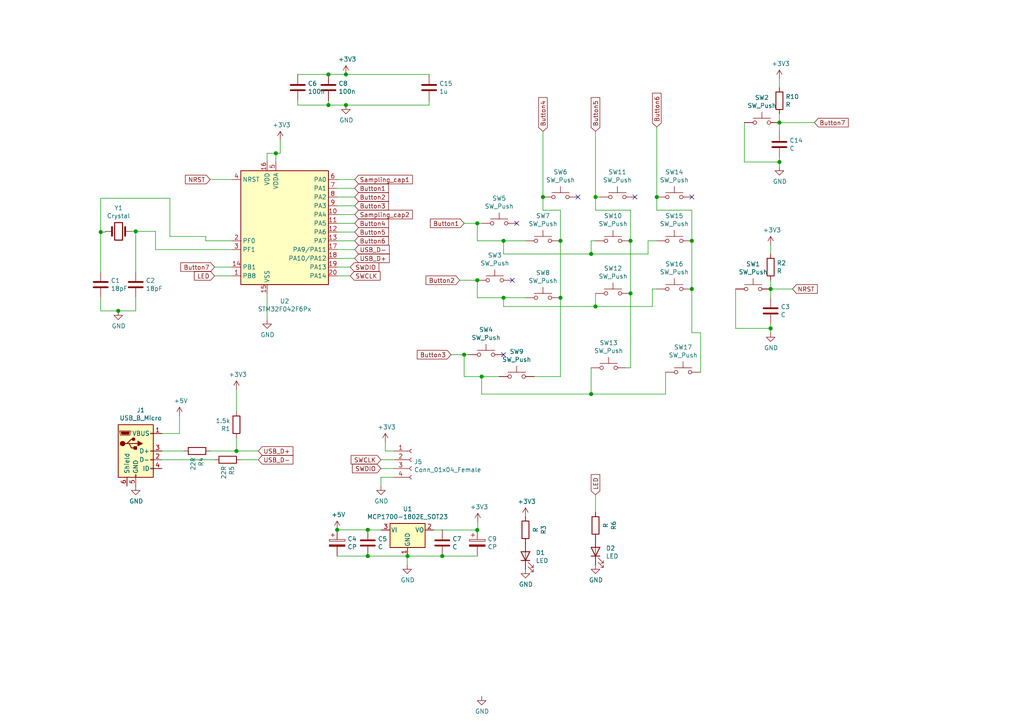
<source format=kicad_sch>
(kicad_sch (version 20200828) (generator eeschema)
  (page 1 1)
  (paper "A4")
  (lib_symbols
    (symbol "Connector:Conn_01x04_Female" (pin_names (offset 1.016) hide)
      (property "Reference" "J" (at 0 5.08 0))
      (property "Value" "Conn_01x04_Female" (at 0 -7.62 0))
      (symbol "Conn_01x04_Female_1_1"
        (arc (start 0 -4.572) (end 0 -5.588) (radius (at 0 -5.08) (length 0.508) (angles 90.1 -90.1)) (stroke (width 0.1524)))
        (arc (start 0 -2.032) (end 0 -3.048) (radius (at 0 -2.54) (length 0.508) (angles 90.1 -90.1)) (stroke (width 0.1524)))
        (arc (start 0 0.508) (end 0 -0.508) (radius (at 0 0) (length 0.508) (angles 90.1 -90.1)) (stroke (width 0.1524)))
        (arc (start 0 3.048) (end 0 2.032) (radius (at 0 2.54) (length 0.508) (angles 90.1 -90.1)) (stroke (width 0.1524)))
        (polyline (pts (xy -1.27 -5.08) (xy -0.508 -5.08)) (stroke (width 0.1524)))
        (polyline (pts (xy -1.27 -2.54) (xy -0.508 -2.54)) (stroke (width 0.1524)))
        (polyline (pts (xy -1.27 0) (xy -0.508 0)) (stroke (width 0.1524)))
        (polyline (pts (xy -1.27 2.54) (xy -0.508 2.54)) (stroke (width 0.1524)))
        (pin passive line (at -5.08 2.54 0) (length 3.81) (name "Pin_1") (number "1"))
        (pin passive line (at -5.08 0 0) (length 3.81) (name "Pin_2") (number "2"))
        (pin passive line (at -5.08 -2.54 0) (length 3.81) (name "Pin_3") (number "3"))
        (pin passive line (at -5.08 -5.08 0) (length 3.81) (name "Pin_4") (number "4"))
      )
    )
    (symbol "Connector:USB_B_Micro" (pin_names (offset 1.016))
      (property "Reference" "J" (at -5.08 11.43 0))
      (property "Value" "USB_B_Micro" (at -5.08 8.89 0))
      (symbol "USB_B_Micro_0_1"
        (circle (center -3.81 2.159) (radius 0.635) (stroke (width 0.254)) (fill (type outline)))
        (circle (center -0.635 3.429) (radius 0.381) (stroke (width 0.254)) (fill (type outline)))
        (rectangle (start -5.08 -7.62) (end 5.08 7.62) (stroke (width 0.254)) (fill (type background)))
        (rectangle (start -0.127 -7.62) (end 0.127 -6.858))
        (rectangle (start 0.254 1.27) (end -0.508 0.508) (stroke (width 0.254)) (fill (type outline)))
        (rectangle (start 5.08 -5.207) (end 4.318 -4.953))
        (rectangle (start 5.08 -2.667) (end 4.318 -2.413))
        (rectangle (start 5.08 -0.127) (end 4.318 0.127))
        (rectangle (start 5.08 4.953) (end 4.318 5.207))
        (polyline (pts (xy -1.905 2.159) (xy 0.635 2.159)) (stroke (width 0.254)))
        (polyline (pts (xy -3.175 2.159) (xy -2.54 2.159) (xy -1.27 3.429) (xy -0.635 3.429)) (stroke (width 0.254)))
        (polyline (pts (xy -2.54 2.159) (xy -1.905 2.159) (xy -1.27 0.889) (xy 0 0.889)) (stroke (width 0.254)))
        (polyline (pts (xy 0.635 2.794) (xy 0.635 1.524) (xy 1.905 2.159) (xy 0.635 2.794)) (stroke (width 0.254)) (fill (type outline)))
        (polyline (pts (xy -4.318 5.588) (xy -1.778 5.588) (xy -2.032 4.826) (xy -4.064 4.826) (xy -4.318 5.588)) (fill (type outline)))
        (polyline (pts (xy -4.699 5.842) (xy -4.699 5.588) (xy -4.445 4.826) (xy -4.445 4.572) (xy -1.651 4.572) (xy -1.651 4.826) (xy -1.397 5.588) (xy -1.397 5.842) (xy -4.699 5.842)))
      )
      (symbol "USB_B_Micro_1_1"
        (pin power_out line (at 7.62 5.08 180) (length 2.54) (name "VBUS") (number "1"))
        (pin passive line (at 7.62 -2.54 180) (length 2.54) (name "D-") (number "2"))
        (pin passive line (at 7.62 0 180) (length 2.54) (name "D+") (number "3"))
        (pin passive line (at 7.62 -5.08 180) (length 2.54) (name "ID") (number "4"))
        (pin power_out line (at 0 -10.16 90) (length 2.54) (name "GND") (number "5"))
        (pin passive line (at -2.54 -10.16 90) (length 2.54) (name "Shield") (number "6"))
      )
    )
    (symbol "Device:C" (pin_numbers hide) (pin_names (offset 0.254))
      (property "Reference" "C" (at 0.635 2.54 0))
      (property "Value" "C" (at 0.635 -2.54 0))
      (symbol "C_0_1"
        (polyline (pts (xy -2.032 -0.762) (xy 2.032 -0.762)) (stroke (width 0.508)))
        (polyline (pts (xy -2.032 0.762) (xy 2.032 0.762)) (stroke (width 0.508)))
      )
      (symbol "C_1_1"
        (pin passive line (at 0 3.81 270) (length 2.794) (name "~") (number "1"))
        (pin passive line (at 0 -3.81 90) (length 2.794) (name "~") (number "2"))
      )
    )
    (symbol "Device:CP" (pin_numbers hide) (pin_names (offset 0.254))
      (property "Reference" "C" (at 0.635 2.54 0))
      (property "Value" "CP" (at 0.635 -2.54 0))
      (symbol "CP_0_1"
        (rectangle (start -2.286 0.508) (end 2.286 1.016))
        (rectangle (start 2.286 -0.508) (end -2.286 -1.016) (fill (type outline)))
        (polyline (pts (xy -1.778 2.286) (xy -0.762 2.286)))
        (polyline (pts (xy -1.27 2.794) (xy -1.27 1.778)))
      )
      (symbol "CP_1_1"
        (pin passive line (at 0 3.81 270) (length 2.794) (name "~") (number "1"))
        (pin passive line (at 0 -3.81 90) (length 2.794) (name "~") (number "2"))
      )
    )
    (symbol "Device:Crystal" (pin_numbers hide) (pin_names (offset 1.016) hide)
      (property "Reference" "Y" (at 0 3.81 0))
      (property "Value" "Crystal" (at 0 -3.81 0))
      (symbol "Crystal_0_1"
        (rectangle (start -1.143 2.54) (end 1.143 -2.54) (stroke (width 0.3048)))
        (polyline (pts (xy -2.54 0) (xy -1.905 0)))
        (polyline (pts (xy -1.905 -1.27) (xy -1.905 1.27)) (stroke (width 0.508)))
        (polyline (pts (xy 1.905 -1.27) (xy 1.905 1.27)) (stroke (width 0.508)))
        (polyline (pts (xy 2.54 0) (xy 1.905 0)))
      )
      (symbol "Crystal_1_1"
        (pin passive line (at -3.81 0 0) (length 1.27) (name "1") (number "1"))
        (pin passive line (at 3.81 0 180) (length 1.27) (name "2") (number "2"))
      )
    )
    (symbol "Device:LED" (pin_numbers hide) (pin_names (offset 1.016) hide)
      (property "Reference" "D" (at 0 2.54 0))
      (property "Value" "LED" (at 0 -2.54 0))
      (symbol "LED_0_1"
        (polyline (pts (xy -1.27 -1.27) (xy -1.27 1.27)) (stroke (width 0.254)))
        (polyline (pts (xy -1.27 0) (xy 1.27 0)))
        (polyline (pts (xy 1.27 -1.27) (xy 1.27 1.27) (xy -1.27 0) (xy 1.27 -1.27)) (stroke (width 0.254)))
        (polyline (pts (xy -3.048 -0.762) (xy -4.572 -2.286) (xy -3.81 -2.286) (xy -4.572 -2.286) (xy -4.572 -1.524)))
        (polyline (pts (xy -1.778 -0.762) (xy -3.302 -2.286) (xy -2.54 -2.286) (xy -3.302 -2.286) (xy -3.302 -1.524)))
      )
      (symbol "LED_1_1"
        (pin passive line (at -3.81 0 0) (length 2.54) (name "K") (number "1"))
        (pin passive line (at 3.81 0 180) (length 2.54) (name "A") (number "2"))
      )
    )
    (symbol "Device:R" (pin_numbers hide) (pin_names (offset 0))
      (property "Reference" "R" (at 2.032 0 90))
      (property "Value" "R" (at 0 0 90))
      (symbol "R_0_1"
        (rectangle (start -1.016 -2.54) (end 1.016 2.54) (stroke (width 0.254)))
      )
      (symbol "R_1_1"
        (pin passive line (at 0 3.81 270) (length 1.27) (name "~") (number "1"))
        (pin passive line (at 0 -3.81 90) (length 1.27) (name "~") (number "2"))
      )
    )
    (symbol "MCU_ST_STM32F0:STM32F042F6Px"
      (property "Reference" "U" (at -12.7 16.51 0))
      (property "Value" "STM32F042F6Px" (at 0 16.51 0))
      (symbol "STM32F042F6Px_0_1"
        (rectangle (start -12.7 -17.78) (end 12.7 15.24) (stroke (width 0.254)) (fill (type background)))
      )
      (symbol "STM32F042F6Px_1_1"
        (pin bidirectional line (at -15.24 -15.24 0) (length 2.54) (name "PB8") (number "1"))
        (pin bidirectional line (at 15.24 2.54 180) (length 2.54) (name "PA4") (number "10"))
        (pin bidirectional line (at 15.24 0 180) (length 2.54) (name "PA5") (number "11"))
        (pin bidirectional line (at 15.24 -2.54 180) (length 2.54) (name "PA6") (number "12"))
        (pin bidirectional line (at 15.24 -5.08 180) (length 2.54) (name "PA7") (number "13"))
        (pin bidirectional line (at -15.24 -12.7 0) (length 2.54) (name "PB1") (number "14"))
        (pin power_in line (at -5.08 -20.32 90) (length 2.54) (name "VSS") (number "15"))
        (pin power_in line (at -5.08 17.78 270) (length 2.54) (name "VDD") (number "16"))
        (pin bidirectional line (at 15.24 -7.62 180) (length 2.54) (name "PA9/PA11") (number "17"))
        (pin bidirectional line (at 15.24 -10.16 180) (length 2.54) (name "PA10/PA12") (number "18"))
        (pin bidirectional line (at 15.24 -12.7 180) (length 2.54) (name "PA13") (number "19"))
        (pin input line (at -15.24 -5.08 0) (length 2.54) (name "PF0") (number "2"))
        (pin bidirectional line (at 15.24 -15.24 180) (length 2.54) (name "PA14") (number "20"))
        (pin input line (at -15.24 -7.62 0) (length 2.54) (name "PF1") (number "3"))
        (pin input line (at -15.24 12.7 0) (length 2.54) (name "NRST") (number "4"))
        (pin power_in line (at -2.54 17.78 270) (length 2.54) (name "VDDA") (number "5"))
        (pin bidirectional line (at 15.24 12.7 180) (length 2.54) (name "PA0") (number "6"))
        (pin bidirectional line (at 15.24 10.16 180) (length 2.54) (name "PA1") (number "7"))
        (pin bidirectional line (at 15.24 7.62 180) (length 2.54) (name "PA2") (number "8"))
        (pin bidirectional line (at 15.24 5.08 180) (length 2.54) (name "PA3") (number "9"))
      )
    )
    (symbol "Switch:SW_Push" (pin_numbers hide) (pin_names (offset 1.016) hide)
      (property "Reference" "SW" (at 1.27 2.54 0))
      (property "Value" "SW_Push" (at 0 -1.524 0))
      (symbol "SW_Push_0_1"
        (circle (center -2.032 0) (radius 0.508))
        (circle (center 2.032 0) (radius 0.508))
        (polyline (pts (xy 0 1.27) (xy 0 3.048)))
        (polyline (pts (xy 2.54 1.27) (xy -2.54 1.27)))
        (pin passive line (at -5.08 0 0) (length 2.54) (name "1") (number "1"))
        (pin passive line (at 5.08 0 180) (length 2.54) (name "2") (number "2"))
      )
    )
    (symbol "drone_v3-cache:MCP1700-1802E_SOT23" (pin_names (offset 0.254))
      (property "Reference" "U" (at -3.81 3.175 0))
      (property "Value" "MCP1700-1802E_SOT23" (at 0 3.175 0))
      (symbol "MCP1700-1802E_SOT23_0_1"
        (rectangle (start -5.08 1.905) (end 5.08 -5.08) (stroke (width 0.254)) (fill (type background)))
      )
      (symbol "MCP1700-1802E_SOT23_1_1"
        (pin power_in line (at 0 -7.62 90) (length 2.54) (name "GND") (number "1"))
        (pin power_out line (at 7.62 0 180) (length 2.54) (name "VO") (number "2"))
        (pin power_in line (at -7.62 0 0) (length 2.54) (name "VI") (number "3"))
      )
    )
    (symbol "power:+3.3V" (power) (pin_names (offset 0))
      (property "Value" "+3.3V" (at 0 3.556 0))
      (symbol "+3.3V_0_1"
        (polyline (pts (xy -0.762 1.27) (xy 0 2.54)))
        (polyline (pts (xy 0 0) (xy 0 2.54)))
        (polyline (pts (xy 0 2.54) (xy 0.762 1.27)))
      )
      (symbol "+3.3V_1_1"
        (pin power_in line (at 0 0 90) (length 0) hide (name "+3V3") (number "1"))
      )
    )
    (symbol "power:+5V" (power) (pin_names (offset 0))
      (property "Value" "+5V" (at 0 3.556 0))
      (symbol "+5V_0_1"
        (polyline (pts (xy -0.762 1.27) (xy 0 2.54)))
        (polyline (pts (xy 0 0) (xy 0 2.54)))
        (polyline (pts (xy 0 2.54) (xy 0.762 1.27)))
      )
      (symbol "+5V_1_1"
        (pin power_in line (at 0 0 90) (length 0) hide (name "+5V") (number "1"))
      )
    )
    (symbol "power:GND" (power) (pin_names (offset 0))
      (property "Value" "GND" (at 0 -3.81 0))
      (symbol "GND_0_1"
        (polyline (pts (xy 0 0) (xy 0 -1.27) (xy 1.27 -1.27) (xy 0 -2.54) (xy -1.27 -1.27) (xy 0 -1.27)))
      )
      (symbol "GND_1_1"
        (pin power_in line (at 0 0 270) (length 0) hide (name "GND") (number "1"))
      )
    )
  )
  (junction (at 29.21 67.31) (diameter 1.016))
  (junction (at 34.29 90.17) (diameter 1.016))
  (junction (at 39.37 67.1068) (diameter 1.016))
  (junction (at 68.58 130.81) (diameter 1.016))
  (junction (at 80.01 44.45) (diameter 1.016))
  (junction (at 95.25 21.59) (diameter 1.016))
  (junction (at 95.25 30.48) (diameter 1.016))
  (junction (at 97.79 153.67) (diameter 1.016))
  (junction (at 100.33 21.59) (diameter 1.016))
  (junction (at 100.33 30.48) (diameter 1.016))
  (junction (at 106.68 153.67) (diameter 1.016))
  (junction (at 106.68 161.29) (diameter 1.016))
  (junction (at 118.2116 161.29) (diameter 1.016))
  (junction (at 128.27 161.29) (diameter 1.016))
  (junction (at 134.62 102.87) (diameter 1.016))
  (junction (at 138.43 64.77) (diameter 1.016))
  (junction (at 138.43 81.28) (diameter 1.016))
  (junction (at 138.43 153.7208) (diameter 1.016))
  (junction (at 139.7 109.22) (diameter 1.016))
  (junction (at 146.05 69.85) (diameter 1.016))
  (junction (at 146.05 86.36) (diameter 1.016))
  (junction (at 157.48 57.15) (diameter 1.016))
  (junction (at 162.56 69.85) (diameter 1.016))
  (junction (at 162.56 86.36) (diameter 1.016))
  (junction (at 171.45 73.66) (diameter 1.016))
  (junction (at 171.45 114.3) (diameter 1.016))
  (junction (at 172.72 57.15) (diameter 1.016))
  (junction (at 172.72 88.9) (diameter 1.016))
  (junction (at 182.88 69.85) (diameter 1.016))
  (junction (at 182.88 85.09) (diameter 1.016))
  (junction (at 190.5 57.15) (diameter 1.016))
  (junction (at 200.66 69.85) (diameter 1.016))
  (junction (at 200.66 83.82) (diameter 1.016))
  (junction (at 223.52 83.82) (diameter 1.016))
  (junction (at 223.52 95.25) (diameter 1.016))
  (junction (at 226.06 35.56) (diameter 1.016))
  (junction (at 226.06 46.99) (diameter 1.016))
  (no_connect (at 184.15 57.15))
  (no_connect (at 200.66 57.15))
  (no_connect (at 148.59 81.28))
  (no_connect (at 167.64 57.15))
  (no_connect (at 146.05 102.87))
  (no_connect (at 149.86 64.77))
  (wire (pts (xy 29.21 57.5056) (xy 49.276 57.5056)))
  (wire (pts (xy 29.21 67.31) (xy 29.21 57.5056)))
  (wire (pts (xy 29.21 67.31) (xy 29.21 78.74)))
  (wire (pts (xy 29.21 67.31) (xy 30.5816 67.31)))
  (wire (pts (xy 29.21 86.36) (xy 29.21 90.17)))
  (wire (pts (xy 29.21 90.17) (xy 34.29 90.17)))
  (wire (pts (xy 30.5816 67.31) (xy 30.5816 67.1068)))
  (wire (pts (xy 34.29 90.17) (xy 39.37 90.17)))
  (wire (pts (xy 38.2016 67.1068) (xy 39.37 67.1068)))
  (wire (pts (xy 39.37 67.1068) (xy 39.37 78.74)))
  (wire (pts (xy 39.37 90.17) (xy 39.37 86.36)))
  (wire (pts (xy 45.1104 67.1068) (xy 39.37 67.1068)))
  (wire (pts (xy 45.1104 72.39) (xy 45.1104 67.1068)))
  (wire (pts (xy 46.99 125.73) (xy 52.07 125.73)))
  (wire (pts (xy 46.99 130.81) (xy 53.34 130.81)))
  (wire (pts (xy 46.99 133.35) (xy 62.23 133.35)))
  (wire (pts (xy 49.276 57.5056) (xy 49.276 68.58)))
  (wire (pts (xy 49.276 68.58) (xy 59.69 68.58)))
  (wire (pts (xy 52.07 125.73) (xy 52.07 120.65)))
  (wire (pts (xy 59.69 68.58) (xy 59.69 69.85)))
  (wire (pts (xy 59.69 69.85) (xy 67.31 69.85)))
  (wire (pts (xy 60.96 130.81) (xy 68.58 130.81)))
  (wire (pts (xy 67.31 52.07) (xy 60.96 52.07)))
  (wire (pts (xy 67.31 72.39) (xy 45.1104 72.39)))
  (wire (pts (xy 67.31 77.47) (xy 62.23 77.47)))
  (wire (pts (xy 67.31 80.01) (xy 62.23 80.01)))
  (wire (pts (xy 68.58 119.38) (xy 68.58 113.03)))
  (wire (pts (xy 68.58 130.81) (xy 68.58 127)))
  (wire (pts (xy 68.58 130.81) (xy 74.93 130.81)))
  (wire (pts (xy 69.85 133.35) (xy 74.93 133.35)))
  (wire (pts (xy 77.47 44.45) (xy 80.01 44.45)))
  (wire (pts (xy 77.47 46.99) (xy 77.47 44.45)))
  (wire (pts (xy 77.47 85.09) (xy 77.47 92.71)))
  (wire (pts (xy 80.01 44.45) (xy 81.28 44.45)))
  (wire (pts (xy 80.01 46.99) (xy 80.01 44.45)))
  (wire (pts (xy 81.28 40.64) (xy 81.28 44.45)))
  (wire (pts (xy 86.36 21.59) (xy 95.25 21.59)))
  (wire (pts (xy 86.36 29.21) (xy 86.36 30.48)))
  (wire (pts (xy 86.36 30.48) (xy 95.25 30.48)))
  (wire (pts (xy 95.25 21.59) (xy 100.33 21.59)))
  (wire (pts (xy 95.25 29.21) (xy 95.25 30.48)))
  (wire (pts (xy 95.25 30.48) (xy 100.33 30.48)))
  (wire (pts (xy 97.79 52.07) (xy 102.87 52.07)))
  (wire (pts (xy 97.79 54.61) (xy 102.87 54.61)))
  (wire (pts (xy 97.79 57.15) (xy 102.87 57.15)))
  (wire (pts (xy 97.79 62.23) (xy 102.87 62.23)))
  (wire (pts (xy 97.79 64.77) (xy 102.87 64.77)))
  (wire (pts (xy 97.79 67.31) (xy 102.87 67.31)))
  (wire (pts (xy 97.79 72.39) (xy 102.87 72.39)))
  (wire (pts (xy 97.79 74.93) (xy 102.87 74.93)))
  (wire (pts (xy 97.79 77.47) (xy 101.6 77.47)))
  (wire (pts (xy 97.79 153.67) (xy 106.68 153.67)))
  (wire (pts (xy 100.33 21.59) (xy 124.46 21.59)))
  (wire (pts (xy 100.33 30.48) (xy 124.46 30.48)))
  (wire (pts (xy 101.6 80.01) (xy 97.79 80.01)))
  (wire (pts (xy 102.87 59.69) (xy 97.79 59.69)))
  (wire (pts (xy 102.87 69.85) (xy 97.79 69.85)))
  (wire (pts (xy 106.68 153.7208) (xy 106.68 153.67)))
  (wire (pts (xy 106.68 161.29) (xy 97.79 161.29)))
  (wire (pts (xy 106.68 161.29) (xy 118.2116 161.29)))
  (wire (pts (xy 110.49 133.35) (xy 114.3 133.35)))
  (wire (pts (xy 110.49 138.43) (xy 110.49 140.97)))
  (wire (pts (xy 110.5916 153.7208) (xy 106.68 153.7208)))
  (wire (pts (xy 111.76 128.27) (xy 111.76 130.81)))
  (wire (pts (xy 111.76 130.81) (xy 114.3 130.81)))
  (wire (pts (xy 114.3 135.89) (xy 110.49 135.89)))
  (wire (pts (xy 114.3 138.43) (xy 110.49 138.43)))
  (wire (pts (xy 118.11 161.3408) (xy 118.2116 161.3408)))
  (wire (pts (xy 118.11 163.83) (xy 118.11 161.3408)))
  (wire (pts (xy 118.2116 161.29) (xy 118.2116 161.3408)))
  (wire (pts (xy 118.2116 161.29) (xy 128.27 161.29)))
  (wire (pts (xy 124.46 29.21) (xy 124.46 30.48)))
  (wire (pts (xy 125.8316 153.7208) (xy 138.43 153.7208)))
  (wire (pts (xy 130.81 102.87) (xy 134.62 102.87)))
  (wire (pts (xy 134.62 102.87) (xy 134.62 109.22)))
  (wire (pts (xy 134.62 102.87) (xy 135.89 102.87)))
  (wire (pts (xy 134.62 109.22) (xy 139.7 109.22)))
  (wire (pts (xy 138.43 64.77) (xy 134.62 64.77)))
  (wire (pts (xy 138.43 69.85) (xy 138.43 64.77)))
  (wire (pts (xy 138.43 69.85) (xy 146.05 69.85)))
  (wire (pts (xy 138.43 81.28) (xy 133.35 81.28)))
  (wire (pts (xy 138.43 81.28) (xy 138.43 86.36)))
  (wire (pts (xy 138.43 86.36) (xy 146.05 86.36)))
  (wire (pts (xy 138.43 153.7208) (xy 138.43 153.67)))
  (wire (pts (xy 138.43 161.29) (xy 128.27 161.29)))
  (wire (pts (xy 138.5824 151.4348) (xy 138.5824 153.7208)))
  (wire (pts (xy 138.5824 153.7208) (xy 138.43 153.7208)))
  (wire (pts (xy 139.7 64.77) (xy 138.43 64.77)))
  (wire (pts (xy 139.7 109.22) (xy 139.7 114.3)))
  (wire (pts (xy 139.7 109.22) (xy 144.78 109.22)))
  (wire (pts (xy 139.7 114.3) (xy 171.45 114.3)))
  (wire (pts (xy 146.05 69.85) (xy 146.05 73.66)))
  (wire (pts (xy 146.05 69.85) (xy 152.4 69.85)))
  (wire (pts (xy 146.05 73.66) (xy 171.45 73.66)))
  (wire (pts (xy 146.05 86.36) (xy 146.05 88.9)))
  (wire (pts (xy 146.05 86.36) (xy 152.4 86.36)))
  (wire (pts (xy 146.05 88.9) (xy 172.72 88.9)))
  (wire (pts (xy 154.94 109.22) (xy 162.56 109.22)))
  (wire (pts (xy 157.48 38.1) (xy 157.48 57.15)))
  (wire (pts (xy 157.48 60.96) (xy 157.48 57.15)))
  (wire (pts (xy 162.56 60.96) (xy 157.48 60.96)))
  (wire (pts (xy 162.56 69.85) (xy 162.56 60.96)))
  (wire (pts (xy 162.56 69.85) (xy 162.56 86.36)))
  (wire (pts (xy 162.56 86.36) (xy 162.56 109.22)))
  (wire (pts (xy 171.45 69.85) (xy 172.72 69.85)))
  (wire (pts (xy 171.45 73.66) (xy 171.45 69.85)))
  (wire (pts (xy 171.45 73.66) (xy 187.96 73.66)))
  (wire (pts (xy 171.45 114.3) (xy 171.45 106.68)))
  (wire (pts (xy 171.45 114.3) (xy 193.04 114.3)))
  (wire (pts (xy 172.72 38.1) (xy 172.72 57.15)))
  (wire (pts (xy 172.72 57.15) (xy 172.72 60.96)))
  (wire (pts (xy 172.72 57.15) (xy 173.99 57.15)))
  (wire (pts (xy 172.72 60.96) (xy 182.88 60.96)))
  (wire (pts (xy 172.72 88.9) (xy 172.72 85.09)))
  (wire (pts (xy 172.72 88.9) (xy 189.23 88.9)))
  (wire (pts (xy 172.72 148.59) (xy 172.72 143.51)))
  (wire (pts (xy 182.88 60.96) (xy 182.88 69.85)))
  (wire (pts (xy 182.88 69.85) (xy 182.88 85.09)))
  (wire (pts (xy 182.88 85.09) (xy 182.88 106.68)))
  (wire (pts (xy 182.88 106.68) (xy 181.61 106.68)))
  (wire (pts (xy 187.96 69.85) (xy 190.5 69.85)))
  (wire (pts (xy 187.96 73.66) (xy 187.96 69.85)))
  (wire (pts (xy 189.23 83.82) (xy 190.5 83.82)))
  (wire (pts (xy 189.23 88.9) (xy 189.23 83.82)))
  (wire (pts (xy 190.5 36.83) (xy 190.5 57.15)))
  (wire (pts (xy 190.5 57.15) (xy 190.5 60.96)))
  (wire (pts (xy 190.5 60.96) (xy 200.66 60.96)))
  (wire (pts (xy 193.04 114.3) (xy 193.04 107.95)))
  (wire (pts (xy 200.66 60.96) (xy 200.66 69.85)))
  (wire (pts (xy 200.66 69.85) (xy 200.66 83.82)))
  (wire (pts (xy 200.66 83.82) (xy 200.66 96.52)))
  (wire (pts (xy 200.66 96.52) (xy 203.2 96.52)))
  (wire (pts (xy 203.2 96.52) (xy 203.2 107.95)))
  (wire (pts (xy 213.36 83.82) (xy 213.36 95.25)))
  (wire (pts (xy 213.36 95.25) (xy 223.52 95.25)))
  (wire (pts (xy 215.9 35.56) (xy 215.9 46.99)))
  (wire (pts (xy 215.9 46.99) (xy 226.06 46.99)))
  (wire (pts (xy 223.52 71.12) (xy 223.52 73.66)))
  (wire (pts (xy 223.52 83.82) (xy 223.52 81.28)))
  (wire (pts (xy 223.52 83.82) (xy 229.87 83.82)))
  (wire (pts (xy 223.52 86.36) (xy 223.52 83.82)))
  (wire (pts (xy 223.52 93.98) (xy 223.52 95.25)))
  (wire (pts (xy 223.52 95.25) (xy 223.52 96.52)))
  (wire (pts (xy 226.06 22.86) (xy 226.06 25.4)))
  (wire (pts (xy 226.06 35.56) (xy 226.06 33.02)))
  (wire (pts (xy 226.06 35.56) (xy 236.22 35.56)))
  (wire (pts (xy 226.06 38.1) (xy 226.06 35.56)))
  (wire (pts (xy 226.06 45.72) (xy 226.06 46.99)))
  (wire (pts (xy 226.06 46.99) (xy 226.06 48.26)))
  (global_label "NRST" (shape input) (at 60.96 52.07 180))
  (global_label "Button7" (shape input) (at 62.23 77.47 180))
  (global_label "LED" (shape input) (at 62.23 80.01 180))
  (global_label "USB_D+" (shape input) (at 74.93 130.81 0))
  (global_label "USB_D-" (shape input) (at 74.93 133.35 0))
  (global_label "SWDIO" (shape input) (at 101.6 77.47 0))
  (global_label "SWCLK" (shape input) (at 101.6 80.01 0))
  (global_label "Sampling_cap1" (shape input) (at 102.87 52.07 0))
  (global_label "Button1" (shape input) (at 102.87 54.61 0))
  (global_label "Button2" (shape input) (at 102.87 57.15 0))
  (global_label "Button3" (shape input) (at 102.87 59.69 0))
  (global_label "Sampling_cap2" (shape input) (at 102.87 62.23 0))
  (global_label "Button4" (shape input) (at 102.87 64.77 0))
  (global_label "Button5" (shape input) (at 102.87 67.31 0))
  (global_label "Button6" (shape input) (at 102.87 69.85 0))
  (global_label "USB_D-" (shape input) (at 102.87 72.39 0))
  (global_label "USB_D+" (shape input) (at 102.87 74.93 0))
  (global_label "SWCLK" (shape input) (at 110.49 133.35 180))
  (global_label "SWDIO" (shape input) (at 110.49 135.89 180))
  (global_label "Button3" (shape input) (at 130.81 102.87 180))
  (global_label "Button2" (shape input) (at 133.35 81.28 180))
  (global_label "Button1" (shape input) (at 134.62 64.77 180))
  (global_label "Button4" (shape input) (at 157.48 38.1 90))
  (global_label "Button5" (shape input) (at 172.72 38.1 90))
  (global_label "LED" (shape input) (at 172.72 143.51 90))
  (global_label "Button6" (shape input) (at 190.5 36.83 90))
  (global_label "NRST" (shape input) (at 229.87 83.82 0))
  (global_label "Button7" (shape input) (at 236.22 35.56 0))
  (symbol (lib_id "power:+5V") (at 52.07 120.65 0) (unit 1)
    (property "Reference" "#PWR0111" (effects hide))
    (property "Value" "+5V" (at 52.451 116.2558 0))
  )
  (symbol (lib_id "power:+3.3V") (at 68.58 113.03 0) (unit 1)
    (property "Reference" "#PWR0124" (effects hide))
    (property "Value" "+3.3V" (at 68.961 108.6358 0))
  )
  (symbol (lib_id "power:+3.3V") (at 81.28 40.64 0) (unit 1)
    (property "Reference" "#PWR0109" (effects hide))
    (property "Value" "+3.3V" (at 81.661 36.2458 0))
  )
  (symbol (lib_id "power:+5V") (at 97.79 153.67 0) (unit 1)
    (property "Reference" "#PWR0102" (effects hide))
    (property "Value" "+5V" (at 98.171 149.2758 0))
  )
  (symbol (lib_id "power:+3.3V") (at 100.33 21.59 0) (unit 1)
    (property "Reference" "#PWR0131" (effects hide))
    (property "Value" "+3.3V" (at 100.711 17.1958 0))
  )
  (symbol (lib_id "power:+3.3V") (at 111.76 128.27 0) (unit 1)
    (property "Reference" "#PWR0137" (effects hide))
    (property "Value" "+3.3V" (at 112.141 123.8758 0))
  )
  (symbol (lib_id "power:+3.3V") (at 138.5824 151.4348 0) (unit 1)
    (property "Reference" "#PWR0117" (effects hide))
    (property "Value" "+3.3V" (at 138.9634 147.0406 0))
  )
  (symbol (lib_id "power:+3.3V") (at 152.4 149.86 0) (unit 1)
    (property "Reference" "#PWR0114" (effects hide))
    (property "Value" "+3.3V" (at 152.781 145.4658 0))
  )
  (symbol (lib_id "power:+3.3V") (at 223.52 71.12 0) (unit 1)
    (property "Reference" "#PWR0133" (effects hide))
    (property "Value" "+3.3V" (at 223.901 66.7258 0))
  )
  (symbol (lib_id "power:+3.3V") (at 226.06 22.86 0) (unit 1)
    (property "Reference" "#PWR0120" (effects hide))
    (property "Value" "+3.3V" (at 226.441 18.4658 0))
  )
  (symbol (lib_id "power:GND") (at 34.29 90.17 0) (unit 1)
    (property "Reference" "#PWR0110" (effects hide))
    (property "Value" "GND" (at 34.417 94.5642 0))
  )
  (symbol (lib_id "power:GND") (at 39.37 140.97 0) (unit 1)
    (property "Reference" "#PWR0112" (effects hide))
    (property "Value" "GND" (at 39.497 145.3642 0))
  )
  (symbol (lib_id "power:GND") (at 77.47 92.71 0) (unit 1)
    (property "Reference" "#PWR0129" (effects hide))
    (property "Value" "GND" (at 77.597 97.1042 0))
  )
  (symbol (lib_id "power:GND") (at 100.33 30.48 0) (unit 1)
    (property "Reference" "#PWR0130" (effects hide))
    (property "Value" "GND" (at 100.457 34.8742 0))
  )
  (symbol (lib_id "power:GND") (at 110.49 140.97 0) (unit 1)
    (property "Reference" "#PWR0138" (effects hide))
    (property "Value" "GND" (at 110.617 145.3642 0))
  )
  (symbol (lib_id "power:GND") (at 118.11 163.83 0) (unit 1)
    (property "Reference" "#PWR0115" (effects hide))
    (property "Value" "GND" (at 118.237 168.2242 0))
  )
  (symbol (lib_id "power:GND") (at 139.7 201.93 0) (unit 1)
    (property "Reference" "#PWR0147" (effects hide))
    (property "Value" "GND" (at 139.827 206.3242 0))
  )
  (symbol (lib_id "power:GND") (at 152.4 165.1 0) (unit 1)
    (property "Reference" "#PWR0113" (effects hide))
    (property "Value" "GND" (at 152.527 169.4942 0))
  )
  (symbol (lib_id "power:GND") (at 172.72 163.83 0) (unit 1)
    (property "Reference" "#PWR0101" (effects hide))
    (property "Value" "GND" (at 172.847 168.2242 0))
  )
  (symbol (lib_id "power:GND") (at 223.52 96.52 0) (unit 1)
    (property "Reference" "#PWR0132" (effects hide))
    (property "Value" "GND" (at 223.647 100.9142 0))
  )
  (symbol (lib_id "power:GND") (at 226.06 48.26 0) (unit 1)
    (property "Reference" "#PWR0119" (effects hide))
    (property "Value" "GND" (at 226.187 52.6542 0))
  )
  (symbol (lib_id "Device:R") (at 57.15 130.81 270) (unit 1)
    (property "Reference" "R4" (at 58.3184 132.588 0) (effects (justify left)))
    (property "Value" "22R" (at 56.007 132.588 0) (effects (justify left)))
    (property "Footprint" "Resistor_SMD:R_0603_1608Metric" (effects hide))
  )
  (symbol (lib_id "Device:R") (at 66.04 133.35 270) (unit 1)
    (property "Reference" "R5" (at 67.2084 135.128 0) (effects (justify left)))
    (property "Value" "22R" (at 64.897 135.128 0) (effects (justify left)))
    (property "Footprint" "Resistor_SMD:R_0603_1608Metric" (effects hide))
  )
  (symbol (lib_id "Device:R") (at 68.58 123.19 180) (unit 1)
    (property "Reference" "R1" (at 66.802 124.3584 0) (effects (justify left)))
    (property "Value" "1.5k" (at 66.802 122.047 0) (effects (justify left)))
    (property "Footprint" "Resistor_SMD:R_0603_1608Metric" (effects hide))
  )
  (symbol (lib_id "Device:R") (at 152.4 153.67 180) (unit 1)
    (property "Reference" "R3" (at 157.6578 153.67 90))
    (property "Value" "R" (at 155.3464 153.67 90))
    (property "Footprint" "Resistor_SMD:R_0603_1608Metric_Pad1.05x0.95mm_HandSolder" (effects hide))
  )
  (symbol (lib_id "Device:R") (at 172.72 152.4 180) (unit 1)
    (property "Reference" "R6" (at 177.9778 152.4 90))
    (property "Value" "R" (at 175.6664 152.4 90))
    (property "Footprint" "Resistor_SMD:R_0603_1608Metric_Pad1.05x0.95mm_HandSolder" (effects hide))
  )
  (symbol (lib_id "Device:R") (at 223.52 77.47 0) (unit 1)
    (property "Reference" "R2" (at 225.298 76.3016 0) (effects (justify left)))
    (property "Value" "R" (at 225.298 78.613 0) (effects (justify left)))
    (property "Footprint" "Resistor_SMD:R_0603_1608Metric_Pad1.05x0.95mm_HandSolder" (effects hide))
  )
  (symbol (lib_id "Device:R") (at 226.06 29.21 0) (unit 1)
    (property "Reference" "R10" (at 227.838 28.0416 0) (effects (justify left)))
    (property "Value" "R" (at 227.838 30.353 0) (effects (justify left)))
    (property "Footprint" "Resistor_SMD:R_0603_1608Metric_Pad1.05x0.95mm_HandSolder" (effects hide))
  )
  (symbol (lib_id "Device:LED") (at 152.4 161.29 90) (unit 1)
    (property "Reference" "D1" (at 155.3972 160.2994 90) (effects (justify right)))
    (property "Value" "LED" (at 155.3972 162.6108 90) (effects (justify right)))
    (property "Footprint" "LED_SMD:LED_0603_1608Metric" (effects hide))
  )
  (symbol (lib_id "Device:LED") (at 172.72 160.02 90) (unit 1)
    (property "Reference" "D2" (at 175.7172 159.0294 90) (effects (justify right)))
    (property "Value" "LED" (at 175.7172 161.3408 90) (effects (justify right)))
    (property "Footprint" "LED_SMD:LED_0603_1608Metric" (effects hide))
  )
  (symbol (lib_id "Device:C") (at 29.21 82.55 0) (unit 1)
    (property "Reference" "C1" (at 32.131 81.3816 0) (effects (justify left)))
    (property "Value" "18pF" (at 32.131 83.693 0) (effects (justify left)))
    (property "Footprint" "Capacitor_SMD:C_0402_1005Metric" (effects hide))
  )
  (symbol (lib_id "Device:C") (at 39.37 82.55 0) (unit 1)
    (property "Reference" "C2" (at 42.291 81.3816 0) (effects (justify left)))
    (property "Value" "18pF" (at 42.291 83.693 0) (effects (justify left)))
    (property "Footprint" "Capacitor_SMD:C_0402_1005Metric" (effects hide))
  )
  (symbol (lib_id "Device:C") (at 86.36 25.4 0) (unit 1)
    (property "Reference" "C6" (at 89.281 24.2316 0) (effects (justify left)))
    (property "Value" "100n" (at 89.281 26.543 0) (effects (justify left)))
    (property "Footprint" "Capacitor_SMD:C_0603_1608Metric_Pad1.05x0.95mm_HandSolder" (effects hide))
  )
  (symbol (lib_id "Device:C") (at 95.25 25.4 0) (unit 1)
    (property "Reference" "C8" (at 98.171 24.2316 0) (effects (justify left)))
    (property "Value" "100n" (at 98.171 26.543 0) (effects (justify left)))
    (property "Footprint" "Capacitor_SMD:C_0603_1608Metric_Pad1.05x0.95mm_HandSolder" (effects hide))
  )
  (symbol (lib_id "Device:CP") (at 97.79 157.48 0) (unit 1)
    (property "Reference" "C4" (at 100.7872 156.3116 0) (effects (justify left)))
    (property "Value" "CP" (at 100.7872 158.623 0) (effects (justify left)))
    (property "Footprint" "Capacitor_SMD:C_1206_3216Metric" (effects hide))
  )
  (symbol (lib_id "Device:C") (at 106.68 157.48 0) (unit 1)
    (property "Reference" "C5" (at 109.601 156.3116 0) (effects (justify left)))
    (property "Value" "C" (at 109.601 158.623 0) (effects (justify left)))
    (property "Footprint" "Capacitor_SMD:C_0603_1608Metric_Pad1.05x0.95mm_HandSolder" (effects hide))
  )
  (symbol (lib_id "Device:C") (at 124.46 25.4 0) (unit 1)
    (property "Reference" "C15" (at 127.381 24.2316 0) (effects (justify left)))
    (property "Value" "1u" (at 127.381 26.543 0) (effects (justify left)))
    (property "Footprint" "Capacitor_SMD:C_0603_1608Metric_Pad1.05x0.95mm_HandSolder" (effects hide))
  )
  (symbol (lib_id "Device:C") (at 128.27 157.48 0) (unit 1)
    (property "Reference" "C7" (at 131.191 156.3116 0) (effects (justify left)))
    (property "Value" "C" (at 131.191 158.623 0) (effects (justify left)))
    (property "Footprint" "Capacitor_SMD:C_0603_1608Metric_Pad1.05x0.95mm_HandSolder" (effects hide))
  )
  (symbol (lib_id "Device:CP") (at 138.43 157.48 0) (unit 1)
    (property "Reference" "C9" (at 141.4272 156.3116 0) (effects (justify left)))
    (property "Value" "CP" (at 141.4272 158.623 0) (effects (justify left)))
    (property "Footprint" "Capacitor_SMD:C_1206_3216Metric" (effects hide))
  )
  (symbol (lib_id "Device:C") (at 223.52 90.17 0) (unit 1)
    (property "Reference" "C3" (at 226.441 89.0016 0) (effects (justify left)))
    (property "Value" "C" (at 226.441 91.313 0) (effects (justify left)))
    (property "Footprint" "Capacitor_SMD:C_0603_1608Metric_Pad1.05x0.95mm_HandSolder" (effects hide))
  )
  (symbol (lib_id "Device:C") (at 226.06 41.91 0) (unit 1)
    (property "Reference" "C14" (at 228.981 40.7416 0) (effects (justify left)))
    (property "Value" "C" (at 228.981 43.053 0) (effects (justify left)))
    (property "Footprint" "Capacitor_SMD:C_0603_1608Metric_Pad1.05x0.95mm_HandSolder" (effects hide))
  )
  (symbol (lib_id "Switch:SW_Push") (at 140.97 102.87 0) (unit 1)
    (property "Reference" "SW4" (at 140.97 95.631 0))
    (property "Value" "SW_Push" (at 140.97 97.9424 0))
    (property "Footprint" "touch_keypad:cap_button" (effects hide))
  )
  (symbol (lib_id "Switch:SW_Push") (at 143.51 81.28 0) (unit 1)
    (property "Reference" "SW3" (at 143.51 74.041 0))
    (property "Value" "SW_Push" (at 143.51 76.3524 0))
    (property "Footprint" "touch_keypad:cap_button" (effects hide))
  )
  (symbol (lib_id "Switch:SW_Push") (at 144.78 64.77 0) (unit 1)
    (property "Reference" "SW5" (at 144.78 57.531 0))
    (property "Value" "SW_Push" (at 144.78 59.8424 0))
    (property "Footprint" "touch_keypad:cap_button" (effects hide))
  )
  (symbol (lib_id "Switch:SW_Push") (at 149.86 109.22 0) (unit 1)
    (property "Reference" "SW9" (at 149.86 101.981 0))
    (property "Value" "SW_Push" (at 149.86 104.2924 0))
    (property "Footprint" "touch_keypad:TouchSlider-2_10x10mm" (effects hide))
  )
  (symbol (lib_id "Switch:SW_Push") (at 157.48 69.85 0) (unit 1)
    (property "Reference" "SW7" (at 157.48 62.611 0))
    (property "Value" "SW_Push" (at 157.48 64.9224 0))
    (property "Footprint" "touch_keypad:TouchSlider-2_10x10mm" (effects hide))
  )
  (symbol (lib_id "Switch:SW_Push") (at 157.48 86.36 0) (unit 1)
    (property "Reference" "SW8" (at 157.48 79.121 0))
    (property "Value" "SW_Push" (at 157.48 81.4324 0))
    (property "Footprint" "touch_keypad:TouchSlider-2_10x10mm" (effects hide))
  )
  (symbol (lib_id "Switch:SW_Push") (at 162.56 57.15 0) (unit 1)
    (property "Reference" "SW6" (at 162.56 49.911 0))
    (property "Value" "SW_Push" (at 162.56 52.2224 0))
    (property "Footprint" "touch_keypad:cap_button" (effects hide))
  )
  (symbol (lib_id "Switch:SW_Push") (at 176.53 106.68 0) (unit 1)
    (property "Reference" "SW13" (at 176.53 99.441 0))
    (property "Value" "SW_Push" (at 176.53 101.7524 0))
    (property "Footprint" "touch_keypad:TouchSlider-2_10x10mm" (effects hide))
  )
  (symbol (lib_id "Switch:SW_Push") (at 177.8 69.85 0) (unit 1)
    (property "Reference" "SW10" (at 177.8 62.611 0))
    (property "Value" "SW_Push" (at 177.8 64.9224 0))
    (property "Footprint" "touch_keypad:TouchSlider-2_10x10mm" (effects hide))
  )
  (symbol (lib_id "Switch:SW_Push") (at 177.8 85.09 0) (unit 1)
    (property "Reference" "SW12" (at 177.8 77.851 0))
    (property "Value" "SW_Push" (at 177.8 80.1624 0))
    (property "Footprint" "touch_keypad:TouchSlider-2_10x10mm" (effects hide))
  )
  (symbol (lib_id "Switch:SW_Push") (at 179.07 57.15 0) (unit 1)
    (property "Reference" "SW11" (at 179.07 49.911 0))
    (property "Value" "SW_Push" (at 179.07 52.2224 0))
    (property "Footprint" "touch_keypad:cap_button" (effects hide))
  )
  (symbol (lib_id "Switch:SW_Push") (at 195.58 57.15 0) (unit 1)
    (property "Reference" "SW14" (at 195.58 49.911 0))
    (property "Value" "SW_Push" (at 195.58 52.2224 0))
    (property "Footprint" "touch_keypad:cap_button" (effects hide))
  )
  (symbol (lib_id "Switch:SW_Push") (at 195.58 69.85 0) (unit 1)
    (property "Reference" "SW15" (at 195.58 62.611 0))
    (property "Value" "SW_Push" (at 195.58 64.9224 0))
    (property "Footprint" "touch_keypad:TouchSlider-2_10x10mm" (effects hide))
  )
  (symbol (lib_id "Switch:SW_Push") (at 195.58 83.82 0) (unit 1)
    (property "Reference" "SW16" (at 195.58 76.581 0))
    (property "Value" "SW_Push" (at 195.58 78.8924 0))
    (property "Footprint" "touch_keypad:TouchSlider-2_10x10mm" (effects hide))
  )
  (symbol (lib_id "Switch:SW_Push") (at 198.12 107.95 0) (unit 1)
    (property "Reference" "SW17" (at 198.12 100.711 0))
    (property "Value" "SW_Push" (at 198.12 103.0224 0))
    (property "Footprint" "touch_keypad:TouchSlider-2_10x10mm" (effects hide))
  )
  (symbol (lib_id "Switch:SW_Push") (at 218.44 83.82 0) (unit 1)
    (property "Reference" "SW1" (at 218.44 76.581 0))
    (property "Value" "SW_Push" (at 218.44 78.8924 0))
    (property "Footprint" "Button_Switch_SMD:SW_Push_1P1T_NO_6x6mm_H9.5mm" (effects hide))
  )
  (symbol (lib_id "Switch:SW_Push") (at 220.98 35.56 0) (unit 1)
    (property "Reference" "SW2" (at 220.98 28.321 0))
    (property "Value" "SW_Push" (at 220.98 30.6324 0))
    (property "Footprint" "Button_Switch_SMD:SW_Push_1P1T_NO_6x6mm_H9.5mm" (effects hide))
  )
  (symbol (lib_id "Device:Crystal") (at 34.3916 67.1068 0) (unit 1)
    (property "Reference" "Y1" (at 34.3916 60.3312 0))
    (property "Value" "Crystal" (at 34.3916 62.6299 0))
    (property "Footprint" "Crystal:Crystal_HC18-U_Vertical" (effects hide))
  )
  (symbol (lib_id "Connector:Conn_01x04_Female") (at 119.38 133.35 0) (unit 1)
    (property "Reference" "J5" (at 120.0912 133.9596 0) (effects (justify left)))
    (property "Value" "Conn_01x04_Female" (at 120.0912 136.271 0) (effects (justify left)))
    (property "Footprint" "Connector_PinHeader_2.54mm:PinHeader_1x04_P2.54mm_Vertical" (effects hide))
  )
  (symbol (lib_id "drone_v3-cache:MCP1700-1802E_SOT23") (at 118.2116 153.7208 0) (unit 1)
    (property "Reference" "U1" (at 118.2116 147.6056 0))
    (property "Value" "MCP1700-1802E_SOT23" (at 118.2116 149.9043 0))
    (property "Footprint" "Package_TO_SOT_SMD:SOT-23" (effects hide))
  )
  (symbol (lib_id "Connector:USB_B_Micro") (at 39.37 130.81 0) (unit 1)
    (property "Reference" "J1" (at 40.8178 118.9482 0))
    (property "Value" "USB_B_Micro" (at 40.8178 121.2596 0))
    (property "Footprint" "Connector_USB:USB_Micro-B_Molex-105017-0001" (effects hide))
  )
  (symbol (lib_id "MCU_ST_STM32F0:STM32F042F6Px") (at 82.55 64.77 0) (unit 1)
    (property "Reference" "U2" (at 82.55 87.3506 0))
    (property "Value" "STM32F042F6Px" (at 82.55 89.662 0))
    (property "Footprint" "Package_SO:TSSOP-20_4.4x6.5mm_P0.65mm" (effects hide))
    (property "Datasheet" "http://www.st.com/st-web-ui/static/active/en/resource/technical/document/datasheet/DM00105814.pdf" (effects hide))
  )
)
</source>
